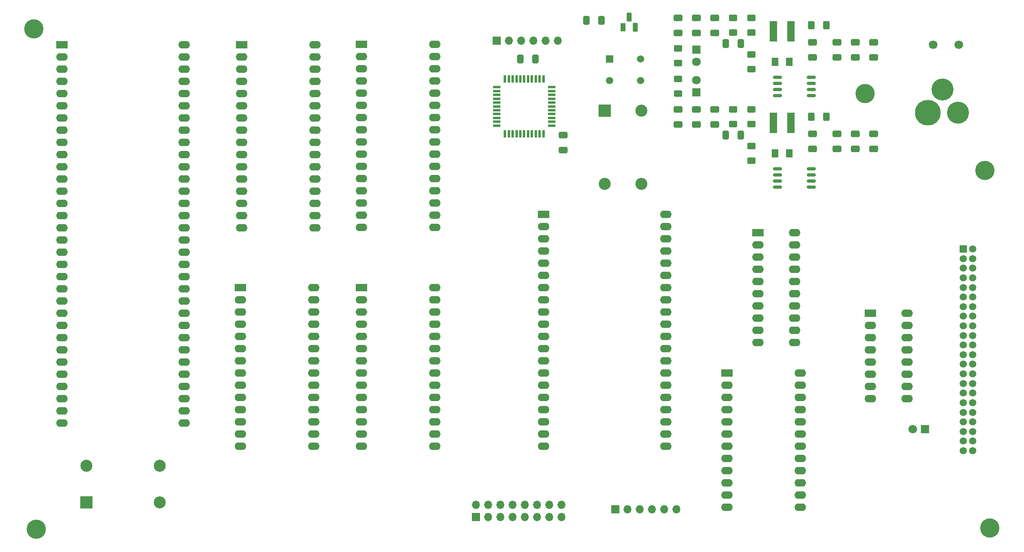
<source format=gts>
%TF.GenerationSoftware,KiCad,Pcbnew,6.0.1+dfsg-1~bpo11+1*%
%TF.CreationDate,2022-02-25T05:17:49-06:00*%
%TF.ProjectId,raven68k-rev1,72617665-6e36-4386-9b2d-726576312e6b,rev?*%
%TF.SameCoordinates,Original*%
%TF.FileFunction,Soldermask,Top*%
%TF.FilePolarity,Negative*%
%FSLAX46Y46*%
G04 Gerber Fmt 4.6, Leading zero omitted, Abs format (unit mm)*
G04 Created by KiCad (PCBNEW 6.0.1+dfsg-1~bpo11+1) date 2022-02-25 05:17:49*
%MOMM*%
%LPD*%
G01*
G04 APERTURE LIST*
G04 Aperture macros list*
%AMRoundRect*
0 Rectangle with rounded corners*
0 $1 Rounding radius*
0 $2 $3 $4 $5 $6 $7 $8 $9 X,Y pos of 4 corners*
0 Add a 4 corners polygon primitive as box body*
4,1,4,$2,$3,$4,$5,$6,$7,$8,$9,$2,$3,0*
0 Add four circle primitives for the rounded corners*
1,1,$1+$1,$2,$3*
1,1,$1+$1,$4,$5*
1,1,$1+$1,$6,$7*
1,1,$1+$1,$8,$9*
0 Add four rect primitives between the rounded corners*
20,1,$1+$1,$2,$3,$4,$5,0*
20,1,$1+$1,$4,$5,$6,$7,0*
20,1,$1+$1,$6,$7,$8,$9,0*
20,1,$1+$1,$8,$9,$2,$3,0*%
G04 Aperture macros list end*
%ADD10R,1.500000X0.550000*%
%ADD11R,0.550000X1.500000*%
%ADD12R,1.700000X1.700000*%
%ADD13O,1.700000X1.700000*%
%ADD14RoundRect,0.250000X-0.412500X-0.650000X0.412500X-0.650000X0.412500X0.650000X-0.412500X0.650000X0*%
%ADD15RoundRect,0.250000X0.650000X-0.412500X0.650000X0.412500X-0.650000X0.412500X-0.650000X-0.412500X0*%
%ADD16RoundRect,0.250000X-0.650000X0.412500X-0.650000X-0.412500X0.650000X-0.412500X0.650000X0.412500X0*%
%ADD17R,2.400000X1.600000*%
%ADD18O,2.400000X1.600000*%
%ADD19R,2.500000X2.500000*%
%ADD20C,2.500000*%
%ADD21R,1.500000X1.500000*%
%ADD22C,1.500000*%
%ADD23R,1.800000X1.800000*%
%ADD24C,1.800000*%
%ADD25RoundRect,0.250000X-0.625000X0.400000X-0.625000X-0.400000X0.625000X-0.400000X0.625000X0.400000X0*%
%ADD26RoundRect,0.150000X-0.800000X-0.150000X0.800000X-0.150000X0.800000X0.150000X-0.800000X0.150000X0*%
%ADD27RoundRect,0.250000X-0.400000X-0.625000X0.400000X-0.625000X0.400000X0.625000X-0.400000X0.625000X0*%
%ADD28C,4.000000*%
%ADD29RoundRect,0.250001X-0.462499X-0.624999X0.462499X-0.624999X0.462499X0.624999X-0.462499X0.624999X0*%
%ADD30C,5.340000*%
%ADD31C,4.575000*%
%ADD32R,1.100000X1.800000*%
%ADD33RoundRect,0.275000X-0.275000X-0.625000X0.275000X-0.625000X0.275000X0.625000X-0.275000X0.625000X0*%
%ADD34RoundRect,0.250000X0.625000X-0.400000X0.625000X0.400000X-0.625000X0.400000X-0.625000X-0.400000X0*%
%ADD35R,1.500000X4.200000*%
G04 APERTURE END LIST*
D10*
%TO.C,U3*%
X136286000Y-54801000D03*
X136286000Y-55601000D03*
X136286000Y-56401000D03*
X136286000Y-57201000D03*
X136286000Y-58001000D03*
X136286000Y-58801000D03*
X136286000Y-59601000D03*
X136286000Y-60401000D03*
X136286000Y-61201000D03*
X136286000Y-62001000D03*
X136286000Y-62801000D03*
D11*
X137986000Y-64501000D03*
X138786000Y-64501000D03*
X139586000Y-64501000D03*
X140386000Y-64501000D03*
X141186000Y-64501000D03*
X141986000Y-64501000D03*
X142786000Y-64501000D03*
X143586000Y-64501000D03*
X144386000Y-64501000D03*
X145186000Y-64501000D03*
X145986000Y-64501000D03*
D10*
X147686000Y-62801000D03*
X147686000Y-62001000D03*
X147686000Y-61201000D03*
X147686000Y-60401000D03*
X147686000Y-59601000D03*
X147686000Y-58801000D03*
X147686000Y-58001000D03*
X147686000Y-57201000D03*
X147686000Y-56401000D03*
X147686000Y-55601000D03*
X147686000Y-54801000D03*
D11*
X145986000Y-53101000D03*
X145186000Y-53101000D03*
X144386000Y-53101000D03*
X143586000Y-53101000D03*
X142786000Y-53101000D03*
X141986000Y-53101000D03*
X141186000Y-53101000D03*
X140386000Y-53101000D03*
X139586000Y-53101000D03*
X138786000Y-53101000D03*
X137986000Y-53101000D03*
%TD*%
D12*
%TO.C,J1*%
X136271000Y-45148500D03*
D13*
X138811000Y-45148500D03*
X141351000Y-45148500D03*
X143891000Y-45148500D03*
X146431000Y-45148500D03*
X148971000Y-45148500D03*
%TD*%
D14*
%TO.C,C3*%
X141185500Y-48895000D03*
X144310500Y-48895000D03*
%TD*%
D15*
%TO.C,C4*%
X150114000Y-67856500D03*
X150114000Y-64731500D03*
%TD*%
D16*
%TO.C,C12*%
X214630000Y-45427500D03*
X214630000Y-48552500D03*
%TD*%
%TO.C,C13*%
X214630000Y-64477500D03*
X214630000Y-67602500D03*
%TD*%
%TO.C,C14*%
X210820000Y-45427500D03*
X210820000Y-48552500D03*
%TD*%
%TO.C,C15*%
X210820000Y-64477500D03*
X210820000Y-67602500D03*
%TD*%
%TO.C,C16*%
X207010000Y-45427500D03*
X207010000Y-48552500D03*
%TD*%
%TO.C,C17*%
X207010000Y-64477500D03*
X207010000Y-67602500D03*
%TD*%
%TO.C,C18*%
X201930000Y-45427500D03*
X201930000Y-48552500D03*
%TD*%
%TO.C,C19*%
X201930000Y-64477500D03*
X201930000Y-67602500D03*
%TD*%
D14*
%TO.C,C20*%
X183857500Y-45720000D03*
X186982500Y-45720000D03*
%TD*%
%TO.C,C21*%
X183857500Y-64770000D03*
X186982500Y-64770000D03*
%TD*%
D15*
%TO.C,C22*%
X181610000Y-43472500D03*
X181610000Y-40347500D03*
%TD*%
%TO.C,C23*%
X181610000Y-62522500D03*
X181610000Y-59397500D03*
%TD*%
%TO.C,C24*%
X177800000Y-43472500D03*
X177800000Y-40347500D03*
%TD*%
%TO.C,C25*%
X177800000Y-62522500D03*
X177800000Y-59397500D03*
%TD*%
%TO.C,C26*%
X173990000Y-43472500D03*
X173990000Y-40347500D03*
%TD*%
%TO.C,C27*%
X173990000Y-62522500D03*
X173990000Y-59397500D03*
%TD*%
D17*
%TO.C,U4*%
X146050000Y-81285000D03*
D18*
X146050000Y-83825000D03*
X146050000Y-86365000D03*
X146050000Y-88905000D03*
X146050000Y-91445000D03*
X146050000Y-93985000D03*
X146050000Y-96525000D03*
X146050000Y-99065000D03*
X146050000Y-101605000D03*
X146050000Y-104145000D03*
X146050000Y-106685000D03*
X146050000Y-109225000D03*
X146050000Y-111765000D03*
X146050000Y-114305000D03*
X146050000Y-116845000D03*
X146050000Y-119385000D03*
X146050000Y-121925000D03*
X146050000Y-124465000D03*
X146050000Y-127005000D03*
X146050000Y-129545000D03*
X171450000Y-129545000D03*
X171450000Y-127005000D03*
X171450000Y-124465000D03*
X171450000Y-121925000D03*
X171450000Y-119385000D03*
X171450000Y-116845000D03*
X171450000Y-114305000D03*
X171450000Y-111765000D03*
X171450000Y-109225000D03*
X171450000Y-106685000D03*
X171450000Y-104145000D03*
X171450000Y-101605000D03*
X171450000Y-99065000D03*
X171450000Y-96525000D03*
X171450000Y-93985000D03*
X171450000Y-91445000D03*
X171450000Y-88905000D03*
X171450000Y-86365000D03*
X171450000Y-83825000D03*
X171450000Y-81285000D03*
%TD*%
D17*
%TO.C,U2*%
X45974000Y-45969000D03*
D18*
X45974000Y-48509000D03*
X45974000Y-51049000D03*
X45974000Y-53589000D03*
X45974000Y-56129000D03*
X45974000Y-58669000D03*
X45974000Y-61209000D03*
X45974000Y-63749000D03*
X45974000Y-66289000D03*
X45974000Y-68829000D03*
X45974000Y-71369000D03*
X45974000Y-73909000D03*
X45974000Y-76449000D03*
X45974000Y-78989000D03*
X45974000Y-81529000D03*
X45974000Y-84069000D03*
X45974000Y-86609000D03*
X45974000Y-89149000D03*
X45974000Y-91689000D03*
X45974000Y-94229000D03*
X45974000Y-96769000D03*
X45974000Y-99309000D03*
X45974000Y-101849000D03*
X45974000Y-104389000D03*
X45974000Y-106929000D03*
X45974000Y-109469000D03*
X45974000Y-112009000D03*
X45974000Y-114549000D03*
X45974000Y-117089000D03*
X45974000Y-119629000D03*
X45974000Y-122169000D03*
X45974000Y-124709000D03*
X71374000Y-124709000D03*
X71374000Y-122169000D03*
X71374000Y-119629000D03*
X71374000Y-117089000D03*
X71374000Y-114549000D03*
X71374000Y-112009000D03*
X71374000Y-109469000D03*
X71374000Y-106929000D03*
X71374000Y-104389000D03*
X71374000Y-101849000D03*
X71374000Y-99309000D03*
X71374000Y-96769000D03*
X71374000Y-94229000D03*
X71374000Y-91689000D03*
X71374000Y-89149000D03*
X71374000Y-86609000D03*
X71374000Y-84069000D03*
X71374000Y-81529000D03*
X71374000Y-78989000D03*
X71374000Y-76449000D03*
X71374000Y-73909000D03*
X71374000Y-71369000D03*
X71374000Y-68829000D03*
X71374000Y-66289000D03*
X71374000Y-63749000D03*
X71374000Y-61209000D03*
X71374000Y-58669000D03*
X71374000Y-56129000D03*
X71374000Y-53589000D03*
X71374000Y-51049000D03*
X71374000Y-48509000D03*
X71374000Y-45969000D03*
%TD*%
D17*
%TO.C,U5*%
X190510000Y-85095000D03*
D18*
X190510000Y-87635000D03*
X190510000Y-90175000D03*
X190510000Y-92715000D03*
X190510000Y-95255000D03*
X190510000Y-97795000D03*
X190510000Y-100335000D03*
X190510000Y-102875000D03*
X190510000Y-105415000D03*
X190510000Y-107955000D03*
X198130000Y-107955000D03*
X198130000Y-105415000D03*
X198130000Y-102875000D03*
X198130000Y-100335000D03*
X198130000Y-97795000D03*
X198130000Y-95255000D03*
X198130000Y-92715000D03*
X198130000Y-90175000D03*
X198130000Y-87635000D03*
X198130000Y-85095000D03*
%TD*%
D12*
%TO.C,U6*%
X160909000Y-142621000D03*
D13*
X163449000Y-142621000D03*
X165989000Y-142621000D03*
X168529000Y-142621000D03*
X171069000Y-142621000D03*
X173609000Y-142621000D03*
%TD*%
D19*
%TO.C,X2*%
X158750000Y-59690000D03*
D20*
X158750000Y-74930000D03*
X166370000Y-74930000D03*
X166370000Y-59690000D03*
%TD*%
D17*
%TO.C,U10*%
X108199000Y-96505000D03*
D18*
X108199000Y-99045000D03*
X108199000Y-101585000D03*
X108199000Y-104125000D03*
X108199000Y-106665000D03*
X108199000Y-109205000D03*
X108199000Y-111745000D03*
X108199000Y-114285000D03*
X108199000Y-116825000D03*
X108199000Y-119365000D03*
X108199000Y-121905000D03*
X108199000Y-124445000D03*
X108199000Y-126985000D03*
X108199000Y-129525000D03*
X123439000Y-129525000D03*
X123439000Y-126985000D03*
X123439000Y-124445000D03*
X123439000Y-121905000D03*
X123439000Y-119365000D03*
X123439000Y-116825000D03*
X123439000Y-114285000D03*
X123439000Y-111745000D03*
X123439000Y-109205000D03*
X123439000Y-106665000D03*
X123439000Y-104125000D03*
X123439000Y-101585000D03*
X123439000Y-99045000D03*
X123439000Y-96505000D03*
%TD*%
D17*
%TO.C,U11*%
X83053000Y-96505000D03*
D18*
X83053000Y-99045000D03*
X83053000Y-101585000D03*
X83053000Y-104125000D03*
X83053000Y-106665000D03*
X83053000Y-109205000D03*
X83053000Y-111745000D03*
X83053000Y-114285000D03*
X83053000Y-116825000D03*
X83053000Y-119365000D03*
X83053000Y-121905000D03*
X83053000Y-124445000D03*
X83053000Y-126985000D03*
X83053000Y-129525000D03*
X98293000Y-129525000D03*
X98293000Y-126985000D03*
X98293000Y-124445000D03*
X98293000Y-121905000D03*
X98293000Y-119365000D03*
X98293000Y-116825000D03*
X98293000Y-114285000D03*
X98293000Y-111745000D03*
X98293000Y-109205000D03*
X98293000Y-106665000D03*
X98293000Y-104125000D03*
X98293000Y-101585000D03*
X98293000Y-99045000D03*
X98293000Y-96505000D03*
%TD*%
D17*
%TO.C,U9*%
X108199000Y-45847000D03*
D18*
X108199000Y-48387000D03*
X108199000Y-50927000D03*
X108199000Y-53467000D03*
X108199000Y-56007000D03*
X108199000Y-58547000D03*
X108199000Y-61087000D03*
X108199000Y-63627000D03*
X108199000Y-66167000D03*
X108199000Y-68707000D03*
X108199000Y-71247000D03*
X108199000Y-73787000D03*
X108199000Y-76327000D03*
X108199000Y-78867000D03*
X108199000Y-81407000D03*
X108199000Y-83947000D03*
X123439000Y-83947000D03*
X123439000Y-81407000D03*
X123439000Y-78867000D03*
X123439000Y-76327000D03*
X123439000Y-73787000D03*
X123439000Y-71247000D03*
X123439000Y-68707000D03*
X123439000Y-66167000D03*
X123439000Y-63627000D03*
X123439000Y-61087000D03*
X123439000Y-58547000D03*
X123439000Y-56007000D03*
X123439000Y-53467000D03*
X123439000Y-50927000D03*
X123439000Y-48387000D03*
X123439000Y-45847000D03*
%TD*%
D17*
%TO.C,U8*%
X83307000Y-45974000D03*
D18*
X83307000Y-48514000D03*
X83307000Y-51054000D03*
X83307000Y-53594000D03*
X83307000Y-56134000D03*
X83307000Y-58674000D03*
X83307000Y-61214000D03*
X83307000Y-63754000D03*
X83307000Y-66294000D03*
X83307000Y-68834000D03*
X83307000Y-71374000D03*
X83307000Y-73914000D03*
X83307000Y-76454000D03*
X83307000Y-78994000D03*
X83307000Y-81534000D03*
X83307000Y-84074000D03*
X98547000Y-84074000D03*
X98547000Y-81534000D03*
X98547000Y-78994000D03*
X98547000Y-76454000D03*
X98547000Y-73914000D03*
X98547000Y-71374000D03*
X98547000Y-68834000D03*
X98547000Y-66294000D03*
X98547000Y-63754000D03*
X98547000Y-61214000D03*
X98547000Y-58674000D03*
X98547000Y-56134000D03*
X98547000Y-53594000D03*
X98547000Y-51054000D03*
X98547000Y-48514000D03*
X98547000Y-45974000D03*
%TD*%
D17*
%TO.C,U7*%
X184145000Y-114295000D03*
D18*
X184145000Y-116835000D03*
X184145000Y-119375000D03*
X184145000Y-121915000D03*
X184145000Y-124455000D03*
X184145000Y-126995000D03*
X184145000Y-129535000D03*
X184145000Y-132075000D03*
X184145000Y-134615000D03*
X184145000Y-137155000D03*
X184145000Y-139695000D03*
X184145000Y-142235000D03*
X199385000Y-142235000D03*
X199385000Y-139695000D03*
X199385000Y-137155000D03*
X199385000Y-134615000D03*
X199385000Y-132075000D03*
X199385000Y-129535000D03*
X199385000Y-126995000D03*
X199385000Y-124455000D03*
X199385000Y-121915000D03*
X199385000Y-119375000D03*
X199385000Y-116835000D03*
X199385000Y-114295000D03*
%TD*%
D19*
%TO.C,X1*%
X51054000Y-141224000D03*
D20*
X66294000Y-141224000D03*
X66294000Y-133604000D03*
X51054000Y-133604000D03*
%TD*%
D12*
%TO.C,J2*%
X131953000Y-144272000D03*
D13*
X131953000Y-141732000D03*
X134493000Y-144272000D03*
X134493000Y-141732000D03*
X137033000Y-144272000D03*
X137033000Y-141732000D03*
X139573000Y-144272000D03*
X139573000Y-141732000D03*
X142113000Y-144272000D03*
X142113000Y-141732000D03*
X144653000Y-144272000D03*
X144653000Y-141732000D03*
X147193000Y-144272000D03*
X147193000Y-141732000D03*
X149733000Y-144272000D03*
X149733000Y-141732000D03*
%TD*%
D21*
%TO.C,H1*%
X233188000Y-88474000D03*
D22*
X235188000Y-88474000D03*
X233188000Y-90474000D03*
X235188000Y-90474000D03*
X233188000Y-92474000D03*
X235188000Y-92474000D03*
X233188000Y-94474000D03*
X235188000Y-94474000D03*
X233188000Y-96474000D03*
X235188000Y-96474000D03*
X233188000Y-98474000D03*
X235188000Y-98474000D03*
X233188000Y-100474000D03*
X235188000Y-100474000D03*
X233188000Y-102474000D03*
X235188000Y-102474000D03*
X233188000Y-104474000D03*
X235188000Y-104474000D03*
X233188000Y-106474000D03*
X235188000Y-106474000D03*
X233188000Y-108474000D03*
X235188000Y-108474000D03*
X233188000Y-110474000D03*
X235188000Y-110474000D03*
X233188000Y-112474000D03*
X235188000Y-112474000D03*
X233188000Y-114474000D03*
X235188000Y-114474000D03*
X233188000Y-116474000D03*
X235188000Y-116474000D03*
X233188000Y-118474000D03*
X235188000Y-118474000D03*
X233188000Y-120474000D03*
X235188000Y-120474000D03*
X233188000Y-122474000D03*
X235188000Y-122474000D03*
X233188000Y-124474000D03*
X235188000Y-124474000D03*
X233188000Y-126474000D03*
X235188000Y-126474000D03*
X233188000Y-128474000D03*
X235188000Y-128474000D03*
X233188000Y-130474000D03*
X235188000Y-130474000D03*
%TD*%
D17*
%TO.C,RN1*%
X213878000Y-101844000D03*
D18*
X213878000Y-104384000D03*
X213878000Y-106924000D03*
X213878000Y-109464000D03*
X213878000Y-112004000D03*
X213878000Y-114544000D03*
X213878000Y-117084000D03*
X213878000Y-119624000D03*
X221498000Y-119624000D03*
X221498000Y-117084000D03*
X221498000Y-114544000D03*
X221498000Y-112004000D03*
X221498000Y-109464000D03*
X221498000Y-106924000D03*
X221498000Y-104384000D03*
X221498000Y-101844000D03*
%TD*%
D23*
%TO.C,D3*%
X177800000Y-55880000D03*
D24*
X177800000Y-53340000D03*
%TD*%
D25*
%TO.C,R20*%
X173990000Y-46710000D03*
X173990000Y-49810000D03*
%TD*%
D23*
%TO.C,D4*%
X177800000Y-46990000D03*
D24*
X177800000Y-49530000D03*
%TD*%
D26*
%TO.C,IC2*%
X194620000Y-71755000D03*
X194620000Y-73025000D03*
X194620000Y-74295000D03*
X194620000Y-75565000D03*
X201620000Y-75565000D03*
X201620000Y-74295000D03*
X201620000Y-73025000D03*
X201620000Y-71755000D03*
%TD*%
D25*
%TO.C,R17*%
X185420000Y-40360000D03*
X185420000Y-43460000D03*
%TD*%
D23*
%TO.C,D5*%
X225298000Y-125984000D03*
D24*
X222758000Y-125984000D03*
%TD*%
D27*
%TO.C,R11*%
X201650000Y-41910000D03*
X204750000Y-41910000D03*
%TD*%
D28*
%TO.C,REF05*%
X212852000Y-56134000D03*
%TD*%
D29*
%TO.C,D1*%
X194092500Y-49530000D03*
X197067500Y-49530000D03*
%TD*%
D25*
%TO.C,R13*%
X189230000Y-40360000D03*
X189230000Y-43460000D03*
%TD*%
D27*
%TO.C,R12*%
X201650000Y-60960000D03*
X204750000Y-60960000D03*
%TD*%
D29*
%TO.C,D2*%
X194092500Y-68580000D03*
X197067500Y-68580000D03*
%TD*%
D30*
%TO.C,J3*%
X225859000Y-60095000D03*
D31*
X228859000Y-55295000D03*
X232109000Y-60095000D03*
%TD*%
D28*
%TO.C,REF02*%
X40640000Y-146812000D03*
%TD*%
D26*
%TO.C,IC1*%
X194620000Y-52705000D03*
X194620000Y-53975000D03*
X194620000Y-55245000D03*
X194620000Y-56515000D03*
X201620000Y-56515000D03*
X201620000Y-55245000D03*
X201620000Y-53975000D03*
X201620000Y-52705000D03*
%TD*%
D28*
%TO.C,REF04*%
X238760000Y-146558000D03*
%TD*%
D24*
%TO.C,S2*%
X232283000Y-45974000D03*
X226983000Y-45974000D03*
%TD*%
D32*
%TO.C,U1*%
X162560000Y-42310000D03*
D33*
X163830000Y-40240000D03*
X165100000Y-42310000D03*
%TD*%
D21*
%TO.C,SW1*%
X159691000Y-48931000D03*
D22*
X166191000Y-48931000D03*
X159691000Y-53431000D03*
X166191000Y-53431000D03*
%TD*%
D34*
%TO.C,R19*%
X173990000Y-56160000D03*
X173990000Y-53060000D03*
%TD*%
D28*
%TO.C,REF03*%
X237744000Y-72136000D03*
%TD*%
%TO.C,REF01*%
X40132000Y-42672000D03*
%TD*%
D25*
%TO.C,R15*%
X189230000Y-59410000D03*
X189230000Y-62510000D03*
%TD*%
%TO.C,R14*%
X189230000Y-47980000D03*
X189230000Y-51080000D03*
%TD*%
D14*
%TO.C,C28*%
X154901500Y-40894000D03*
X158026500Y-40894000D03*
%TD*%
D35*
%TO.C,L1*%
X197380000Y-43180000D03*
X193780000Y-43180000D03*
%TD*%
D25*
%TO.C,R16*%
X189230000Y-67030000D03*
X189230000Y-70130000D03*
%TD*%
D35*
%TO.C,L2*%
X197380000Y-62230000D03*
X193780000Y-62230000D03*
%TD*%
D25*
%TO.C,R18*%
X185420000Y-59410000D03*
X185420000Y-62510000D03*
%TD*%
M02*

</source>
